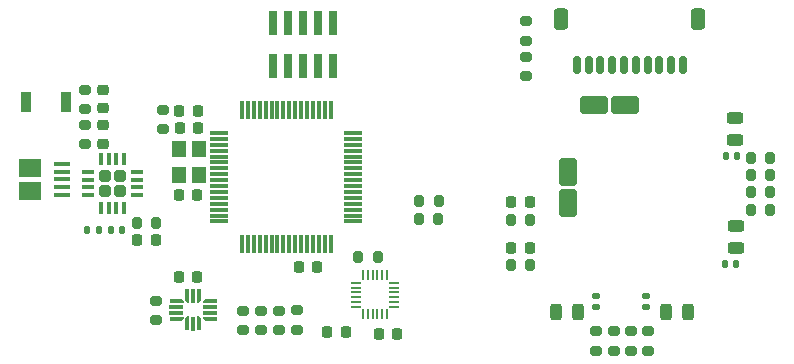
<source format=gbr>
G04 #@! TF.GenerationSoftware,KiCad,Pcbnew,(6.0.7)*
G04 #@! TF.CreationDate,2022-10-20T14:38:44-04:00*
G04 #@! TF.ProjectId,ECE477_PCB,45434534-3737-45f5-9043-422e6b696361,rev?*
G04 #@! TF.SameCoordinates,PX2daf690PY1aab7d8*
G04 #@! TF.FileFunction,Paste,Top*
G04 #@! TF.FilePolarity,Positive*
%FSLAX46Y46*%
G04 Gerber Fmt 4.6, Leading zero omitted, Abs format (unit mm)*
G04 Created by KiCad (PCBNEW (6.0.7)) date 2022-10-20 14:38:44*
%MOMM*%
%LPD*%
G01*
G04 APERTURE LIST*
G04 Aperture macros list*
%AMRoundRect*
0 Rectangle with rounded corners*
0 $1 Rounding radius*
0 $2 $3 $4 $5 $6 $7 $8 $9 X,Y pos of 4 corners*
0 Add a 4 corners polygon primitive as box body*
4,1,4,$2,$3,$4,$5,$6,$7,$8,$9,$2,$3,0*
0 Add four circle primitives for the rounded corners*
1,1,$1+$1,$2,$3*
1,1,$1+$1,$4,$5*
1,1,$1+$1,$6,$7*
1,1,$1+$1,$8,$9*
0 Add four rect primitives between the rounded corners*
20,1,$1+$1,$2,$3,$4,$5,0*
20,1,$1+$1,$4,$5,$6,$7,0*
20,1,$1+$1,$6,$7,$8,$9,0*
20,1,$1+$1,$8,$9,$2,$3,0*%
%AMFreePoly0*
4,1,48,0.036020,0.199191,0.037970,0.199714,0.040958,0.198321,0.057086,0.195477,0.069630,0.184951,0.084467,0.178033,0.290533,-0.028033,0.293203,-0.031847,0.294953,-0.032857,0.296081,-0.035957,0.305473,-0.049370,0.306900,-0.065680,0.312500,-0.081066,0.312500,-0.125000,0.310782,-0.134742,0.311361,-0.138024,0.309695,-0.140910,0.307977,-0.150652,0.295451,-0.165579,0.285709,-0.182453,
0.279350,-0.184767,0.275000,-0.189952,0.255809,-0.193336,0.237500,-0.200000,-0.800000,-0.200000,-0.809742,-0.198282,-0.813024,-0.198861,-0.815910,-0.197195,-0.825652,-0.195477,-0.840579,-0.182951,-0.857453,-0.173209,-0.859767,-0.166850,-0.864952,-0.162500,-0.868336,-0.143309,-0.875000,-0.125000,-0.875000,0.125000,-0.873282,0.134742,-0.873861,0.138024,-0.872195,0.140910,-0.870477,0.150652,
-0.857951,0.165579,-0.848209,0.182453,-0.841850,0.184767,-0.837500,0.189952,-0.818309,0.193336,-0.800000,0.200000,0.031434,0.200000,0.036020,0.199191,0.036020,0.199191,$1*%
%AMFreePoly1*
4,1,48,0.247242,0.198282,0.250524,0.198861,0.253410,0.197195,0.263152,0.195477,0.278079,0.182951,0.294953,0.173209,0.297267,0.166850,0.302452,0.162500,0.305836,0.143309,0.312500,0.125000,0.312500,0.081066,0.311691,0.076480,0.312214,0.074529,0.310820,0.071540,0.307977,0.055414,0.297452,0.042871,0.290533,0.028033,0.084467,-0.178033,0.080653,-0.180703,0.079643,-0.182453,
0.076543,-0.183581,0.063130,-0.192973,0.046819,-0.194400,0.031434,-0.200000,-0.800000,-0.200000,-0.809742,-0.198282,-0.813024,-0.198861,-0.815910,-0.197195,-0.825652,-0.195477,-0.840579,-0.182951,-0.857453,-0.173209,-0.859767,-0.166850,-0.864952,-0.162500,-0.868336,-0.143309,-0.875000,-0.125000,-0.875000,0.125000,-0.873282,0.134742,-0.873861,0.138024,-0.872195,0.140910,-0.870477,0.150652,
-0.857951,0.165579,-0.848209,0.182453,-0.841850,0.184767,-0.837500,0.189952,-0.818309,0.193336,-0.800000,0.200000,0.237500,0.200000,0.247242,0.198282,0.247242,0.198282,$1*%
%AMFreePoly2*
4,1,48,0.134742,0.310782,0.138024,0.311361,0.140910,0.309695,0.150652,0.307977,0.165579,0.295451,0.182453,0.285709,0.184767,0.279350,0.189952,0.275000,0.193336,0.255809,0.200000,0.237500,0.200000,-0.800000,0.198282,-0.809742,0.198861,-0.813024,0.197195,-0.815910,0.195477,-0.825652,0.182951,-0.840579,0.173209,-0.857453,0.166850,-0.859767,0.162500,-0.864952,0.143309,-0.868336,
0.125000,-0.875000,-0.125000,-0.875000,-0.134742,-0.873282,-0.138024,-0.873861,-0.140910,-0.872195,-0.150652,-0.870477,-0.165579,-0.857951,-0.182453,-0.848209,-0.184767,-0.841850,-0.189952,-0.837500,-0.193336,-0.818309,-0.200000,-0.800000,-0.200000,0.031434,-0.199191,0.036020,-0.199714,0.037970,-0.198321,0.040958,-0.195477,0.057086,-0.184951,0.069630,-0.178033,0.084467,0.028033,0.290533,
0.031847,0.293203,0.032857,0.294953,0.035957,0.296081,0.049370,0.305473,0.065680,0.306900,0.081066,0.312500,0.125000,0.312500,0.134742,0.310782,0.134742,0.310782,$1*%
%AMFreePoly3*
4,1,48,-0.076480,0.311691,-0.074530,0.312214,-0.071542,0.310821,-0.055414,0.307977,-0.042870,0.297451,-0.028033,0.290533,0.178033,0.084467,0.180703,0.080653,0.182453,0.079643,0.183581,0.076543,0.192973,0.063130,0.194400,0.046820,0.200000,0.031434,0.200000,-0.800000,0.198282,-0.809742,0.198861,-0.813024,0.197195,-0.815910,0.195477,-0.825652,0.182951,-0.840579,0.173209,-0.857453,
0.166850,-0.859767,0.162500,-0.864952,0.143309,-0.868336,0.125000,-0.875000,-0.125000,-0.875000,-0.134742,-0.873282,-0.138024,-0.873861,-0.140910,-0.872195,-0.150652,-0.870477,-0.165579,-0.857951,-0.182453,-0.848209,-0.184767,-0.841850,-0.189952,-0.837500,-0.193336,-0.818309,-0.200000,-0.800000,-0.200000,0.237500,-0.198282,0.247242,-0.198861,0.250524,-0.197195,0.253410,-0.195477,0.263152,
-0.182951,0.278079,-0.173209,0.294953,-0.166850,0.297267,-0.162500,0.302452,-0.143309,0.305836,-0.125000,0.312500,-0.081066,0.312500,-0.076480,0.311691,-0.076480,0.311691,$1*%
%AMFreePoly4*
4,1,48,0.809742,0.198282,0.813024,0.198861,0.815910,0.197195,0.825652,0.195477,0.840579,0.182951,0.857453,0.173209,0.859767,0.166850,0.864952,0.162500,0.868336,0.143309,0.875000,0.125000,0.875000,-0.125000,0.873282,-0.134742,0.873861,-0.138024,0.872195,-0.140910,0.870477,-0.150652,0.857951,-0.165579,0.848209,-0.182453,0.841850,-0.184767,0.837500,-0.189952,0.818309,-0.193336,
0.800000,-0.200000,-0.031434,-0.200000,-0.036020,-0.199191,-0.037971,-0.199714,-0.040960,-0.198320,-0.057086,-0.195477,-0.069629,-0.184952,-0.084467,-0.178033,-0.290533,0.028033,-0.293203,0.031847,-0.294953,0.032857,-0.296081,0.035957,-0.305473,0.049370,-0.306900,0.065681,-0.312500,0.081066,-0.312500,0.125000,-0.310782,0.134742,-0.311361,0.138024,-0.309695,0.140910,-0.307977,0.150652,
-0.295451,0.165579,-0.285709,0.182453,-0.279350,0.184767,-0.275000,0.189952,-0.255809,0.193336,-0.237500,0.200000,0.800000,0.200000,0.809742,0.198282,0.809742,0.198282,$1*%
%AMFreePoly5*
4,1,48,0.809742,0.198282,0.813024,0.198861,0.815910,0.197195,0.825652,0.195477,0.840579,0.182951,0.857453,0.173209,0.859767,0.166850,0.864952,0.162500,0.868336,0.143309,0.875000,0.125000,0.875000,-0.125000,0.873282,-0.134742,0.873861,-0.138024,0.872195,-0.140910,0.870477,-0.150652,0.857951,-0.165579,0.848209,-0.182453,0.841850,-0.184767,0.837500,-0.189952,0.818309,-0.193336,
0.800000,-0.200000,-0.237500,-0.200000,-0.247242,-0.198282,-0.250524,-0.198861,-0.253410,-0.197195,-0.263152,-0.195477,-0.278079,-0.182951,-0.294953,-0.173209,-0.297267,-0.166850,-0.302452,-0.162500,-0.305836,-0.143309,-0.312500,-0.125000,-0.312500,-0.081066,-0.311691,-0.076480,-0.312214,-0.074530,-0.310821,-0.071542,-0.307977,-0.055414,-0.297451,-0.042870,-0.290533,-0.028033,-0.084467,0.178033,
-0.080653,0.180703,-0.079643,0.182453,-0.076543,0.183581,-0.063130,0.192973,-0.046820,0.194400,-0.031434,0.200000,0.800000,0.200000,0.809742,0.198282,0.809742,0.198282,$1*%
%AMFreePoly6*
4,1,48,0.134742,0.873282,0.138024,0.873861,0.140910,0.872195,0.150652,0.870477,0.165579,0.857951,0.182453,0.848209,0.184767,0.841850,0.189952,0.837500,0.193336,0.818309,0.200000,0.800000,0.200000,-0.031434,0.199191,-0.036020,0.199714,-0.037971,0.198320,-0.040960,0.195477,-0.057086,0.184952,-0.069629,0.178033,-0.084467,-0.028033,-0.290533,-0.031847,-0.293203,-0.032857,-0.294953,
-0.035957,-0.296081,-0.049370,-0.305473,-0.065681,-0.306900,-0.081066,-0.312500,-0.125000,-0.312500,-0.134742,-0.310782,-0.138024,-0.311361,-0.140910,-0.309695,-0.150652,-0.307977,-0.165579,-0.295451,-0.182453,-0.285709,-0.184767,-0.279350,-0.189952,-0.275000,-0.193336,-0.255809,-0.200000,-0.237500,-0.200000,0.800000,-0.198282,0.809742,-0.198861,0.813024,-0.197195,0.815910,-0.195477,0.825652,
-0.182951,0.840579,-0.173209,0.857453,-0.166850,0.859767,-0.162500,0.864952,-0.143309,0.868336,-0.125000,0.875000,0.125000,0.875000,0.134742,0.873282,0.134742,0.873282,$1*%
%AMFreePoly7*
4,1,48,0.134742,0.873282,0.138024,0.873861,0.140910,0.872195,0.150652,0.870477,0.165579,0.857951,0.182453,0.848209,0.184767,0.841850,0.189952,0.837500,0.193336,0.818309,0.200000,0.800000,0.200000,-0.237500,0.198282,-0.247242,0.198861,-0.250524,0.197195,-0.253410,0.195477,-0.263152,0.182951,-0.278079,0.173209,-0.294953,0.166850,-0.297267,0.162500,-0.302452,0.143309,-0.305836,
0.125000,-0.312500,0.081066,-0.312500,0.076480,-0.311691,0.074529,-0.312214,0.071540,-0.310820,0.055414,-0.307977,0.042871,-0.297452,0.028033,-0.290533,-0.178033,-0.084467,-0.180703,-0.080653,-0.182453,-0.079643,-0.183581,-0.076543,-0.192973,-0.063130,-0.194400,-0.046819,-0.200000,-0.031434,-0.200000,0.800000,-0.198282,0.809742,-0.198861,0.813024,-0.197195,0.815910,-0.195477,0.825652,
-0.182951,0.840579,-0.173209,0.857453,-0.166850,0.859767,-0.162500,0.864952,-0.143309,0.868336,-0.125000,0.875000,0.125000,0.875000,0.134742,0.873282,0.134742,0.873282,$1*%
G04 Aperture macros list end*
%ADD10RoundRect,0.200000X-0.275000X0.200000X-0.275000X-0.200000X0.275000X-0.200000X0.275000X0.200000X0*%
%ADD11RoundRect,0.243750X-0.456250X0.243750X-0.456250X-0.243750X0.456250X-0.243750X0.456250X0.243750X0*%
%ADD12RoundRect,0.200000X-0.200000X-0.275000X0.200000X-0.275000X0.200000X0.275000X-0.200000X0.275000X0*%
%ADD13RoundRect,0.243750X0.243750X0.456250X-0.243750X0.456250X-0.243750X-0.456250X0.243750X-0.456250X0*%
%ADD14RoundRect,0.200000X0.200000X0.275000X-0.200000X0.275000X-0.200000X-0.275000X0.200000X-0.275000X0*%
%ADD15RoundRect,0.243750X-0.243750X-0.456250X0.243750X-0.456250X0.243750X0.456250X-0.243750X0.456250X0*%
%ADD16RoundRect,0.140000X-0.170000X0.140000X-0.170000X-0.140000X0.170000X-0.140000X0.170000X0.140000X0*%
%ADD17RoundRect,0.140000X-0.140000X-0.170000X0.140000X-0.170000X0.140000X0.170000X-0.140000X0.170000X0*%
%ADD18RoundRect,0.250001X-0.924999X-0.499999X0.924999X-0.499999X0.924999X0.499999X-0.924999X0.499999X0*%
%ADD19RoundRect,0.150000X0.150000X0.625000X-0.150000X0.625000X-0.150000X-0.625000X0.150000X-0.625000X0*%
%ADD20RoundRect,0.250000X0.350000X0.650000X-0.350000X0.650000X-0.350000X-0.650000X0.350000X-0.650000X0*%
%ADD21R,0.750000X2.100000*%
%ADD22RoundRect,0.140000X0.140000X0.170000X-0.140000X0.170000X-0.140000X-0.170000X0.140000X-0.170000X0*%
%ADD23R,1.200000X1.400000*%
%ADD24RoundRect,0.135000X0.135000X0.185000X-0.135000X0.185000X-0.135000X-0.185000X0.135000X-0.185000X0*%
%ADD25R,0.900000X1.700000*%
%ADD26RoundRect,0.200000X0.275000X-0.200000X0.275000X0.200000X-0.275000X0.200000X-0.275000X-0.200000X0*%
%ADD27RoundRect,0.225000X0.225000X0.250000X-0.225000X0.250000X-0.225000X-0.250000X0.225000X-0.250000X0*%
%ADD28RoundRect,0.218750X0.256250X-0.218750X0.256250X0.218750X-0.256250X0.218750X-0.256250X-0.218750X0*%
%ADD29RoundRect,0.218750X-0.218750X-0.256250X0.218750X-0.256250X0.218750X0.256250X-0.218750X0.256250X0*%
%ADD30RoundRect,0.250000X-0.255000X0.255000X-0.255000X-0.255000X0.255000X-0.255000X0.255000X0.255000X0*%
%ADD31RoundRect,0.075000X-0.075000X0.462500X-0.075000X-0.462500X0.075000X-0.462500X0.075000X0.462500X0*%
%ADD32RoundRect,0.075000X-0.462500X0.075000X-0.462500X-0.075000X0.462500X-0.075000X0.462500X0.075000X0*%
%ADD33RoundRect,0.075000X-0.700000X-0.075000X0.700000X-0.075000X0.700000X0.075000X-0.700000X0.075000X0*%
%ADD34RoundRect,0.075000X-0.075000X-0.700000X0.075000X-0.700000X0.075000X0.700000X-0.075000X0.700000X0*%
%ADD35R,1.350000X0.400000*%
%ADD36R,1.900000X1.500000*%
%ADD37RoundRect,0.218750X0.218750X0.256250X-0.218750X0.256250X-0.218750X-0.256250X0.218750X-0.256250X0*%
%ADD38RoundRect,0.225000X-0.225000X-0.250000X0.225000X-0.250000X0.225000X0.250000X-0.225000X0.250000X0*%
%ADD39RoundRect,0.250001X0.499999X-0.924999X0.499999X0.924999X-0.499999X0.924999X-0.499999X-0.924999X0*%
%ADD40RoundRect,0.050000X-0.362500X-0.050000X0.362500X-0.050000X0.362500X0.050000X-0.362500X0.050000X0*%
%ADD41RoundRect,0.050000X0.050000X-0.362500X0.050000X0.362500X-0.050000X0.362500X-0.050000X-0.362500X0*%
%ADD42FreePoly0,180.000000*%
%ADD43RoundRect,0.100000X0.500000X0.100000X-0.500000X0.100000X-0.500000X-0.100000X0.500000X-0.100000X0*%
%ADD44FreePoly1,180.000000*%
%ADD45FreePoly2,180.000000*%
%ADD46RoundRect,0.100000X0.100000X0.500000X-0.100000X0.500000X-0.100000X-0.500000X0.100000X-0.500000X0*%
%ADD47FreePoly3,180.000000*%
%ADD48FreePoly4,180.000000*%
%ADD49FreePoly5,180.000000*%
%ADD50FreePoly6,180.000000*%
%ADD51FreePoly7,180.000000*%
%ADD52RoundRect,0.225000X0.250000X-0.225000X0.250000X0.225000X-0.250000X0.225000X-0.250000X-0.225000X0*%
G04 APERTURE END LIST*
D10*
X49352200Y-27540298D03*
X49352200Y-29190298D03*
X50825400Y-27540498D03*
X50825400Y-29190498D03*
D11*
X61074300Y-9508500D03*
X61074300Y-11383500D03*
D12*
X62433700Y-12871700D03*
X64083700Y-12871700D03*
X62433800Y-14332200D03*
X64083800Y-14332200D03*
D13*
X57145400Y-25901598D03*
X55270400Y-25901598D03*
D10*
X53771800Y-27540298D03*
X53771800Y-29190298D03*
X52298600Y-27540398D03*
X52298600Y-29190398D03*
D12*
X62433600Y-15792700D03*
X64083600Y-15792700D03*
D11*
X61188600Y-18665200D03*
X61188600Y-20540200D03*
D12*
X62433700Y-17253200D03*
X64083700Y-17253200D03*
D14*
X35990800Y-18059400D03*
X34340800Y-18059400D03*
D15*
X45953200Y-25901598D03*
X47828200Y-25901598D03*
D16*
X49326800Y-24529998D03*
X49326800Y-25489998D03*
X53594000Y-24542698D03*
X53594000Y-25502698D03*
D17*
X60304800Y-12744700D03*
X61264800Y-12744700D03*
X60223400Y-21825200D03*
X61183400Y-21825200D03*
D18*
X49144800Y-8356600D03*
X51794800Y-8356600D03*
D19*
X56697000Y-4971800D03*
X55697000Y-4971800D03*
X54697000Y-4971800D03*
X53697000Y-4971800D03*
X52697000Y-4971800D03*
X51697000Y-4971800D03*
X50697000Y-4971800D03*
X49697000Y-4971800D03*
X48697000Y-4971800D03*
X47697000Y-4971800D03*
D20*
X57997000Y-1096800D03*
X46397000Y-1096800D03*
D21*
X27035000Y-5080000D03*
X27035000Y-1480000D03*
X25765000Y-5080000D03*
X25765000Y-1480000D03*
X24495000Y-5080000D03*
X24495000Y-1480000D03*
X23225000Y-5080000D03*
X23225000Y-1480000D03*
X21955000Y-5080000D03*
X21955000Y-1480000D03*
D22*
X9202300Y-19000000D03*
X8242300Y-19000000D03*
D23*
X13998200Y-12114800D03*
X13998200Y-14314800D03*
X15698200Y-14314800D03*
X15698200Y-12114800D03*
D24*
X7266400Y-19000000D03*
X6246400Y-19000000D03*
D25*
X1094000Y-8128000D03*
X4494000Y-8128000D03*
D26*
X6096000Y-8762000D03*
X6096000Y-7112000D03*
D14*
X12077400Y-18376900D03*
X10427400Y-18376900D03*
D27*
X15572500Y-16059600D03*
X14022500Y-16059600D03*
D26*
X12625700Y-10432900D03*
X12625700Y-8782900D03*
D14*
X43751000Y-21971000D03*
X42101000Y-21971000D03*
D28*
X7620000Y-11677400D03*
X7620000Y-10102400D03*
D29*
X42138500Y-20485100D03*
X43713500Y-20485100D03*
D27*
X25730000Y-22110000D03*
X24180000Y-22110000D03*
D30*
X9025000Y-14430600D03*
X7775000Y-15680600D03*
X7775000Y-14430600D03*
X9025000Y-15680600D03*
D31*
X9375000Y-12993100D03*
X8725000Y-12993100D03*
X8075000Y-12993100D03*
X7425000Y-12993100D03*
D32*
X6337500Y-14080600D03*
X6337500Y-14730600D03*
X6337500Y-15380600D03*
X6337500Y-16030600D03*
D31*
X7425000Y-17118100D03*
X8075000Y-17118100D03*
X8725000Y-17118100D03*
X9375000Y-17118100D03*
D32*
X10462500Y-16030600D03*
X10462500Y-15380600D03*
X10462500Y-14730600D03*
X10462500Y-14080600D03*
D33*
X17428200Y-10760200D03*
X17428200Y-11260200D03*
X17428200Y-11760200D03*
X17428200Y-12260200D03*
X17428200Y-12760200D03*
X17428200Y-13260200D03*
X17428200Y-13760200D03*
X17428200Y-14260200D03*
X17428200Y-14760200D03*
X17428200Y-15260200D03*
X17428200Y-15760200D03*
X17428200Y-16260200D03*
X17428200Y-16760200D03*
X17428200Y-17260200D03*
X17428200Y-17760200D03*
X17428200Y-18260200D03*
D34*
X19353200Y-20185200D03*
X19853200Y-20185200D03*
X20353200Y-20185200D03*
X20853200Y-20185200D03*
X21353200Y-20185200D03*
X21853200Y-20185200D03*
X22353200Y-20185200D03*
X22853200Y-20185200D03*
X23353200Y-20185200D03*
X23853200Y-20185200D03*
X24353200Y-20185200D03*
X24853200Y-20185200D03*
X25353200Y-20185200D03*
X25853200Y-20185200D03*
X26353200Y-20185200D03*
X26853200Y-20185200D03*
D33*
X28778200Y-18260200D03*
X28778200Y-17760200D03*
X28778200Y-17260200D03*
X28778200Y-16760200D03*
X28778200Y-16260200D03*
X28778200Y-15760200D03*
X28778200Y-15260200D03*
X28778200Y-14760200D03*
X28778200Y-14260200D03*
X28778200Y-13760200D03*
X28778200Y-13260200D03*
X28778200Y-12760200D03*
X28778200Y-12260200D03*
X28778200Y-11760200D03*
X28778200Y-11260200D03*
X28778200Y-10760200D03*
D34*
X26853200Y-8835200D03*
X26353200Y-8835200D03*
X25853200Y-8835200D03*
X25353200Y-8835200D03*
X24853200Y-8835200D03*
X24353200Y-8835200D03*
X23853200Y-8835200D03*
X23353200Y-8835200D03*
X22853200Y-8835200D03*
X22353200Y-8835200D03*
X21853200Y-8835200D03*
X21353200Y-8835200D03*
X20853200Y-8835200D03*
X20353200Y-8835200D03*
X19853200Y-8835200D03*
X19353200Y-8835200D03*
D10*
X6045200Y-10064900D03*
X6045200Y-11714900D03*
D35*
X4116800Y-13400000D03*
X4116800Y-14050000D03*
X4116800Y-14700000D03*
X4116800Y-15350000D03*
X4116800Y-16000000D03*
D36*
X1416800Y-15700000D03*
X1416800Y-13700000D03*
D37*
X12039800Y-19837400D03*
X10464800Y-19837400D03*
D29*
X14060600Y-8871400D03*
X15635600Y-8871400D03*
D38*
X14073300Y-10370000D03*
X15623300Y-10370000D03*
D26*
X12100000Y-26625000D03*
X12100000Y-24975000D03*
D39*
X46990000Y-16692000D03*
X46990000Y-14042000D03*
D12*
X34354000Y-16510000D03*
X36004000Y-16510000D03*
D40*
X28981900Y-23460200D03*
X28981900Y-23860200D03*
X28981900Y-24260200D03*
X28981900Y-24660200D03*
X28981900Y-25060200D03*
X28981900Y-25460200D03*
D41*
X29619400Y-26097700D03*
X30019400Y-26097700D03*
X30419400Y-26097700D03*
X30819400Y-26097700D03*
X31219400Y-26097700D03*
X31619400Y-26097700D03*
D40*
X32256900Y-25460200D03*
X32256900Y-25060200D03*
X32256900Y-24660200D03*
X32256900Y-24260200D03*
X32256900Y-23860200D03*
X32256900Y-23460200D03*
D41*
X31619400Y-22822700D03*
X31219400Y-22822700D03*
X30819400Y-22822700D03*
X30419400Y-22822700D03*
X30019400Y-22822700D03*
X29619400Y-22822700D03*
D27*
X15575000Y-23000000D03*
X14025000Y-23000000D03*
D10*
X22479000Y-25807400D03*
X22479000Y-27457400D03*
D29*
X42139000Y-16643000D03*
X43714000Y-16643000D03*
D10*
X43383200Y-4318000D03*
X43383200Y-5968000D03*
D38*
X26568400Y-27584400D03*
X28118400Y-27584400D03*
D42*
X16390100Y-26478300D03*
D43*
X16677600Y-25978300D03*
X16677600Y-25478300D03*
D44*
X16390100Y-24978300D03*
D45*
X15727600Y-24815800D03*
D46*
X15227600Y-24528300D03*
D47*
X14727600Y-24815800D03*
D48*
X14065100Y-24978300D03*
D43*
X13777600Y-25478300D03*
X13777600Y-25978300D03*
D49*
X14065100Y-26478300D03*
D50*
X14727600Y-26640800D03*
D46*
X15227600Y-26928300D03*
D51*
X15727600Y-26640800D03*
D38*
X30924200Y-27762200D03*
X32474200Y-27762200D03*
D10*
X24003000Y-25794200D03*
X24003000Y-27444200D03*
X20955000Y-25806400D03*
X20955000Y-27456400D03*
D12*
X29197800Y-21300000D03*
X30847800Y-21300000D03*
D10*
X19431000Y-25806400D03*
X19431000Y-27456400D03*
X43383200Y-1308600D03*
X43383200Y-2958600D03*
D52*
X7620000Y-8662000D03*
X7620000Y-7112000D03*
D14*
X43751000Y-18161000D03*
X42101000Y-18161000D03*
M02*

</source>
